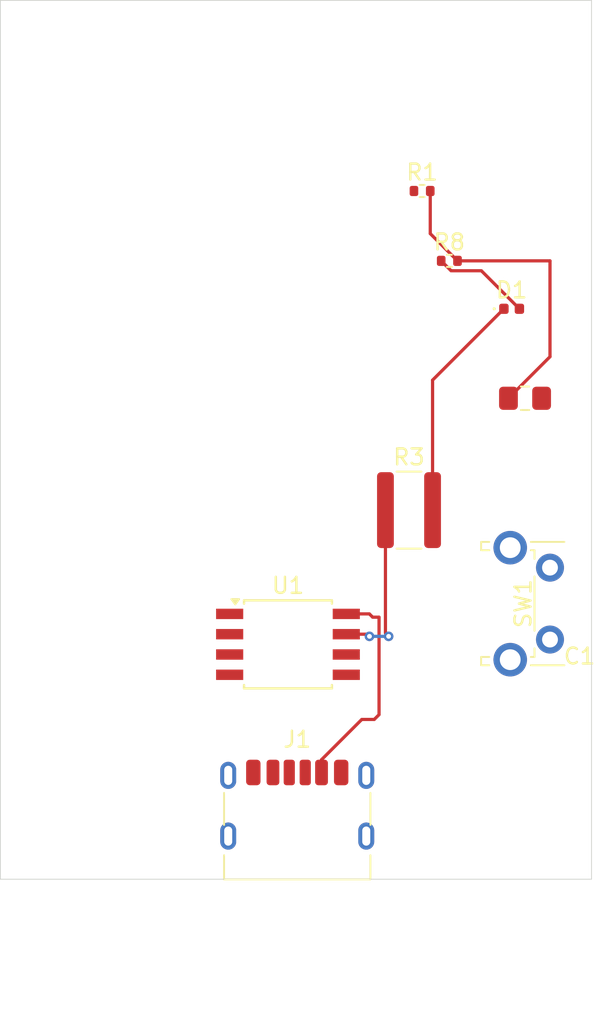
<source format=kicad_pcb>
(kicad_pcb (version 20240108) (generator "pcbnew") (generator_version "8.0")
  (layers (0 "F.Cu" signal) (31 "B.Cu" signal) (34 "B.Paste" user) (35 "F.Paste" user) (36 "B.SilkS" user "B.Silkscreen") (37 "F.SilkS" user "F.Silkscreen") (38 "B.Mask" user) (39 "F.Mask" user) (44 "Edge.Cuts" user))
  (net 0 "")
  (net 1 "GND")
  (net 2 "Net-(C1-Pad1)")
  (net 3 "VCC")
  (net 4 "Net-(D1-K)")
  (net 7 "Net-(U1-XTAL2{slash}PB4)")
  (net 8 "Net-(U1-PB2)")
  (footprint "Resistor_SMD:R_0402_1005Metric" (layer "F.Cu") (at 126.395 41.9275)
    (property "Reference" "R1" (at 0 -1.17 0) (layer "F.SilkS"))
    (property "Value" "10k")
    (fp_line (start -0.153641 -0.38) (end 0.153641 -0.38) (stroke (width 0.12)) (layer "F.SilkS"))
    (fp_line (start -0.153641 0.38) (end 0.153641 0.38) (stroke (width 0.12)) (layer "F.SilkS"))
    (pad "1" smd roundrect (at -0.51 0) (size 0.54 0.64) (layers "F.Cu" "F.Paste" "F.Mask") (net 7 "Net-(U1-XTAL2{slash}PB4)"))
    (pad "2" smd roundrect (at 0.51 0) (size 0.54 0.64) (layers "F.Cu" "F.Paste" "F.Mask") (net 2 "Net-(C1-Pad1)"))
  )
  (footprint "Package_SO:SOIC-8W_5.3x5.3mm_P1.27mm" (layer "F.Cu") (at 118 70.3)
    (property "Reference" "U1" (at 0 -3.68 0) (layer "F.SilkS"))
    (property "Value" "ATtiny85-20S")
    (fp_line (start -2.75 -2.755) (end -2.75 -2.55) (stroke (width 0.15)) (layer "F.SilkS"))
    (fp_line (start -2.75 -2.755) (end 2.75 -2.755) (stroke (width 0.15)) (layer "F.SilkS"))
    (fp_line (start -2.75 2.755) (end -2.75 2.55) (stroke (width 0.15)) (layer "F.SilkS"))
    (fp_line (start -2.75 2.755) (end 2.75 2.755) (stroke (width 0.15)) (layer "F.SilkS"))
    (fp_line (start 2.75 -2.755) (end 2.75 -2.55) (stroke (width 0.15)) (layer "F.SilkS"))
    (fp_line (start 2.75 2.755) (end 2.75 2.55) (stroke (width 0.15)) (layer "F.SilkS"))
    (fp_poly (pts (xy -3.3 -2.5) (xy -3.54 -2.83) (xy -3.06 -2.83) (xy -3.3 -2.5)) (stroke (width 0.12)) (fill solid) (layer "F.SilkS"))
    (pad "1" smd rect (at -3.65 -1.905) (size 1.7 0.65) (layers "F.Cu" "F.Paste" "F.Mask"))
    (pad "2" smd rect (at -3.65 -0.635) (size 1.7 0.65) (layers "F.Cu" "F.Paste" "F.Mask"))
    (pad "3" smd rect (at -3.65 0.635) (size 1.7 0.65) (layers "F.Cu" "F.Paste" "F.Mask") (net 7 "Net-(U1-XTAL2{slash}PB4)"))
    (pad "4" smd rect (at -3.65 1.905) (size 1.7 0.65) (layers "F.Cu" "F.Paste" "F.Mask") (net 1 "GND"))
    (pad "5" smd rect (at 3.65 1.905) (size 1.7 0.65) (layers "F.Cu" "F.Paste" "F.Mask"))
    (pad "6" smd rect (at 3.65 0.635) (size 1.7 0.65) (layers "F.Cu" "F.Paste" "F.Mask"))
    (pad "7" smd rect (at 3.65 -0.635) (size 1.7 0.65) (layers "F.Cu" "F.Paste" "F.Mask") (net 8 "Net-(U1-PB2)"))
    (pad "8" smd rect (at 3.65 -1.905) (size 1.7 0.65) (layers "F.Cu" "F.Paste" "F.Mask") (net 3 "VCC"))
  )
  (footprint "Resistor_SMD:R_1218_3246Metric" (layer "F.Cu") (at 125.575 61.9)
    (property "Reference" "R3" (at 0 -3.32 0) (layer "F.SilkS"))
    (property "Value" "330")
    (fp_line (start -0.777064 -2.41) (end 0.777064 -2.41) (stroke (width 0.12)) (layer "F.SilkS"))
    (fp_line (start -0.777064 2.41) (end 0.777064 2.41) (stroke (width 0.12)) (layer "F.SilkS"))
    (pad "1" smd roundrect (at -1.475 0) (size 1.05 4.75) (layers "F.Cu" "F.Paste" "F.Mask") (roundrect_rratio 0.238095) (net 8 "Net-(U1-PB2)"))
    (pad "2" smd roundrect (at 1.475 0) (size 1.05 4.75) (layers "F.Cu" "F.Paste" "F.Mask") (roundrect_rratio 0.238095) (net 4 "Net-(D1-K)"))
  )
  (footprint "LED_SMD:LED_0402_1005Metric" (layer "F.Cu") (at 132 49.3)
    (property "Reference" "D1" (at 0 -1.17 0) (layer "F.SilkS"))
    (property "Value" "LED")
    (fp_circle (center -1.09 0) (end -1.04 0) (stroke (width 0.1)) (fill none) (layer "F.SilkS"))
    (pad "1" smd roundrect (at -0.485 0) (size 0.59 0.64) (layers "F.Cu" "F.Paste" "F.Mask") (net 4 "Net-(D1-K)"))
    (pad "2" smd roundrect (at 0.485 0) (size 0.59 0.64) (layers "F.Cu" "F.Paste" "F.Mask") (net 3 "VCC"))
  )
  (footprint "Connector_USB:USB_C_Receptacle_HRO_TYPE-C-31-M-17" (layer "F.Cu") (at 118.58 81.5)
    (property "Reference" "J1" (at 0 -5.25 0) (layer "F.SilkS"))
    (property "Value" "USB_C_Receptacle_PowerOnly_6P")
    (fp_line (start -4.58 -1.9) (end -4.58 0.1) (stroke (width 0.12)) (layer "F.SilkS"))
    (fp_line (start -4.58 2) (end -4.58 3.51) (stroke (width 0.12)) (layer "F.SilkS"))
    (fp_line (start -4.58 3.51) (end 4.58 3.51) (stroke (width 0.12)) (layer "F.SilkS"))
    (fp_line (start 4.58 -1.9) (end 4.58 0.1) (stroke (width 0.12)) (layer "F.SilkS"))
    (fp_line (start 4.58 2) (end 4.58 3.51) (stroke (width 0.12)) (layer "F.SilkS"))
    (pad "A5" smd roundrect (at -0.5 -3.18) (size 0.7 1.6) (layers "F.Cu" "F.Paste" "F.Mask"))
    (pad "A9" smd roundrect (at 1.52 -3.18) (size 0.8 1.6) (layers "F.Cu" "F.Paste" "F.Mask") (net 3 "VCC"))
    (pad "A12" smd roundrect (at 2.75 -3.18) (size 0.9 1.6) (layers "F.Cu" "F.Paste" "F.Mask") (net 1 "GND"))
    (pad "B5" smd roundrect (at 0.5 -3.18) (size 0.7 1.6) (layers "F.Cu" "F.Paste" "F.Mask"))
    (pad "B9" smd roundrect (at -1.52 -3.18) (size 0.8 1.6) (layers "F.Cu" "F.Paste" "F.Mask") (net 3 "VCC"))
    (pad "B12" smd roundrect (at -2.75 -3.18) (size 0.9 1.6) (layers "F.Cu" "F.Paste" "F.Mask") (net 1 "GND"))
    (pad "S1" thru_hole oval (at -4.32 -3) (size 1 1.7) (drill oval 0.5 1.2) (property pad_prop_heatsink) (layers "*.Cu" "*.Mask") (net 1 "GND"))
    (pad "S1" thru_hole oval (at -4.32 0.8) (size 1 1.7) (drill oval 0.5 1.2) (property pad_prop_heatsink) (layers "*.Cu" "*.Mask") (net 1 "GND"))
    (pad "S1" thru_hole oval (at 4.32 -3) (size 1 1.7) (drill oval 0.5 1.2) (property pad_prop_heatsink) (layers "*.Cu" "*.Mask") (net 1 "GND"))
    (pad "S1" thru_hole oval (at 4.32 0.8) (size 1 1.7) (drill oval 0.5 1.2) (property pad_prop_heatsink) (layers "*.Cu" "*.Mask") (net 1 "GND"))
  )
  (footprint "Resistor_SMD:R_0402_1005Metric" (layer "F.Cu") (at 128.1 46.3)
    (property "Reference" "R8" (at 0 -1.17 0) (layer "F.SilkS"))
    (property "Value" "10k")
    (fp_line (start -0.153641 -0.38) (end 0.153641 -0.38) (stroke (width 0.12)) (layer "F.SilkS"))
    (fp_line (start -0.153641 0.38) (end 0.153641 0.38) (stroke (width 0.12)) (layer "F.SilkS"))
    (pad "1" smd roundrect (at -0.51 0) (size 0.54 0.64) (layers "F.Cu" "F.Paste" "F.Mask") (net 3 "VCC"))
    (pad "2" smd roundrect (at 0.51 0) (size 0.54 0.64) (layers "F.Cu" "F.Paste" "F.Mask") (net 2 "Net-(C1-Pad1)"))
  )
  (footprint "Button_Switch_THT:SW_Tactile_SPST_Angled_PTS645Vx31-2LFS" (layer "F.Cu") (at 134.4 65.5 -90)
    (property "Reference" "SW1" (at 2.25 1.68 90) (layer "F.SilkS"))
    (property "Value" "SW_Push")
    (fp_line (start -1.61 4.31) (end -1.09 4.31) (stroke (width 0.12)) (layer "F.SilkS"))
    (fp_line (start 5.59 4.31) (end 6.11 4.31) (stroke (width 0.12)) (layer "F.SilkS"))
    (fp_line (start -1.61 3.8) (end -1.61 4.31) (stroke (width 0.12)) (layer "F.SilkS"))
    (fp_line (start -1.09 3.8) (end -1.09 4.31) (stroke (width 0.12)) (layer "F.SilkS"))
    (fp_line (start 5.59 3.8) (end 5.59 4.31) (stroke (width 0.12)) (layer "F.SilkS"))
    (fp_line (start 6.11 3.8) (end 6.11 4.31) (stroke (width 0.12)) (layer "F.SilkS"))
    (fp_line (start -1.09 0.97) (end -1.09 1.2) (stroke (width 0.12)) (layer "F.SilkS"))
    (fp_line (start -1.09 0.97) (end -0.55 0.97) (stroke (width 0.12)) (layer "F.SilkS"))
    (fp_line (start 0.55 0.97) (end 3.95 0.97) (stroke (width 0.12)) (layer "F.SilkS"))
    (fp_line (start 5.05 0.97) (end 5.59 0.97) (stroke (width 0.12)) (layer "F.SilkS"))
    (fp_line (start 5.59 0.97) (end 5.59 1.2) (stroke (width 0.12)) (layer "F.SilkS"))
    (fp_line (start -1.61 -0.9) (end -1.61 1.2) (stroke (width 0.12)) (layer "F.SilkS"))
    (fp_line (start 6.11 -0.9) (end 6.11 1.2) (stroke (width 0.12)) (layer "F.SilkS"))
    (pad "" thru_hole circle (at -1.25 2.49 270) (size 2.1 2.1) (drill 1.3) (layers "*.Cu" "*.Mask"))
    (pad "" thru_hole circle (at 5.76 2.49 270) (size 2.1 2.1) (drill 1.3) (layers "*.Cu" "*.Mask"))
    (pad "1" thru_hole circle (at 0 0 270) (size 1.75 1.75) (drill 0.99) (layers "*.Cu" "*.Mask") (net 1 "GND"))
    (pad "2" thru_hole circle (at 4.5 0 270) (size 1.75 1.75) (drill 0.99) (layers "*.Cu" "*.Mask") (net 2 "Net-(C1-Pad1)"))
  )
  (footprint "Capacitor_SMD:C_0805_2012Metric_Pad1.18x1.45mm_HandSolder" (layer "F.Cu") (at 132.8375 54.9)
    (property "Reference" "C1" (at 3.41 16.1425 0) (layer "F.SilkS"))
    (property "Value" "820nF")
    (fp_line (start -0.261252 -0.735) (end 0.261252 -0.735) (stroke (width 0.12)) (layer "F.SilkS"))
    (fp_line (start -0.261252 0.735) (end 0.261252 0.735) (stroke (width 0.12)) (layer "F.SilkS"))
    (pad "1" smd roundrect (at -1.0375 0) (size 1.175 1.45) (layers "F.Cu" "F.Paste" "F.Mask") (roundrect_rratio 0.212766) (net 2 "Net-(C1-Pad1)"))
    (pad "2" smd roundrect (at 1.0375 0) (size 1.175 1.45) (layers "F.Cu" "F.Paste" "F.Mask") (roundrect_rratio 0.212766) (net 1 "GND"))
  )
  (gr_line (start 100 85) (end 137 85) (stroke (width 0.05)) (layer "Edge.Cuts"))
  (gr_line (start 137 85) (end 137 30) (stroke (width 0.05)) (layer "Edge.Cuts"))
  (gr_line (start 100 30) (end 100 85) (stroke (width 0.05)) (layer "Edge.Cuts"))
  (gr_line (start 137 30) (end 100 30) (stroke (width 0.05)) (layer "Edge.Cuts"))
  (segment (start 134.4 52.3) (end 131.8 54.9) (width 0.2) (layer "F.Cu") (net 2))
  (segment (start 128.61 46.3) (end 134.4 46.3) (width 0.2) (layer "F.Cu") (net 2))
  (segment (start 126.905 44.595) (end 128.61 46.3) (width 0.2) (layer "F.Cu") (net 2))
  (segment (start 134.4 46.3) (end 134.4 52.3) (width 0.2) (layer "F.Cu") (net 2))
  (segment (start 126.905 41.9275) (end 126.905 44.595) (width 0.2) (layer "F.Cu") (net 2))
  (segment (start 120.1 78.32) (end 120.1 77.52) (width 0.2) (layer "F.Cu") (net 3))
  (segment (start 128.21 46.92) (end 130.105 46.92) (width 0.2) (layer "F.Cu") (net 3))
  (segment (start 122.62 75) (end 123.4 75) (width 0.2) (layer "F.Cu") (net 3))
  (segment (start 127.59 46.3) (end 128.21 46.92) (width 0.2) (layer "F.Cu") (net 3))
  (segment (start 123.3 68.6) (end 123.095 68.395) (width 0.2) (layer "F.Cu") (net 3))
  (segment (start 123.4 75) (end 123.7 74.7) (width 0.2) (layer "F.Cu") (net 3))
  (segment (start 123.7 68.6) (end 123.3 68.6) (width 0.2) (layer "F.Cu") (net 3))
  (segment (start 123.7 74.7) (end 123.7 68.6) (width 0.2) (layer "F.Cu") (net 3))
  (segment (start 130.105 46.92) (end 132.485 49.3) (width 0.2) (layer "F.Cu") (net 3))
  (segment (start 123.095 68.395) (end 121.65 68.395) (width 0.2) (layer "F.Cu") (net 3))
  (segment (start 120.1 77.52) (end 122.62 75) (width 0.2) (layer "F.Cu") (net 3))
  (segment (start 127.05 53.765) (end 127.05 61.9) (width 0.2) (layer "F.Cu") (net 4))
  (segment (start 131.515 49.3) (end 127.05 53.765) (width 0.2) (layer "F.Cu") (net 4))
  (segment (start 124.1 69.6) (end 124.1 61.9) (width 0.2) (layer "F.Cu") (net 8))
  (segment (start 122.965 69.665) (end 123.1 69.8) (width 0.2) (layer "F.Cu") (net 8))
  (segment (start 121.65 69.665) (end 122.965 69.665) (width 0.2) (layer "F.Cu") (net 8))
  (segment (start 124.3 69.8) (end 124.1 69.6) (width 0.2) (layer "F.Cu") (net 8))
  (via (at 123.1 69.8) (size 0.6) (drill 0.3) (layers "F.Cu" "B.Cu") (net 8))
  (via (at 124.3 69.8) (size 0.6) (drill 0.3) (layers "F.Cu" "B.Cu") (net 8))
  (segment (start 123.1 69.8) (end 124.3 69.8) (width 0.2) (layer "B.Cu") (net 8))
)
</source>
